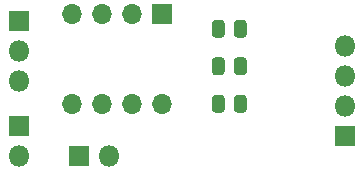
<source format=gts>
%TF.GenerationSoftware,KiCad,Pcbnew,(5.1.6)-1*%
%TF.CreationDate,2020-09-24T16:39:52+02:00*%
%TF.ProjectId,rainbow-ledbar-CMS,7261696e-626f-4772-9d6c-65646261722d,rev?*%
%TF.SameCoordinates,Original*%
%TF.FileFunction,Soldermask,Top*%
%TF.FilePolarity,Negative*%
%FSLAX46Y46*%
G04 Gerber Fmt 4.6, Leading zero omitted, Abs format (unit mm)*
G04 Created by KiCad (PCBNEW (5.1.6)-1) date 2020-09-24 16:39:52*
%MOMM*%
%LPD*%
G01*
G04 APERTURE LIST*
%ADD10R,1.800000X1.800000*%
%ADD11O,1.800000X1.800000*%
%ADD12R,1.700000X1.700000*%
%ADD13O,1.700000X1.700000*%
G04 APERTURE END LIST*
%TO.C,R1*%
G36*
G01*
X159815000Y-79856250D02*
X159815000Y-78893750D01*
G75*
G02*
X160083750Y-78625000I268750J0D01*
G01*
X160621250Y-78625000D01*
G75*
G02*
X160890000Y-78893750I0J-268750D01*
G01*
X160890000Y-79856250D01*
G75*
G02*
X160621250Y-80125000I-268750J0D01*
G01*
X160083750Y-80125000D01*
G75*
G02*
X159815000Y-79856250I0J268750D01*
G01*
G37*
G36*
G01*
X161690000Y-79856250D02*
X161690000Y-78893750D01*
G75*
G02*
X161958750Y-78625000I268750J0D01*
G01*
X162496250Y-78625000D01*
G75*
G02*
X162765000Y-78893750I0J-268750D01*
G01*
X162765000Y-79856250D01*
G75*
G02*
X162496250Y-80125000I-268750J0D01*
G01*
X161958750Y-80125000D01*
G75*
G02*
X161690000Y-79856250I0J268750D01*
G01*
G37*
%TD*%
%TO.C,R2*%
G36*
G01*
X161690000Y-83031250D02*
X161690000Y-82068750D01*
G75*
G02*
X161958750Y-81800000I268750J0D01*
G01*
X162496250Y-81800000D01*
G75*
G02*
X162765000Y-82068750I0J-268750D01*
G01*
X162765000Y-83031250D01*
G75*
G02*
X162496250Y-83300000I-268750J0D01*
G01*
X161958750Y-83300000D01*
G75*
G02*
X161690000Y-83031250I0J268750D01*
G01*
G37*
G36*
G01*
X159815000Y-83031250D02*
X159815000Y-82068750D01*
G75*
G02*
X160083750Y-81800000I268750J0D01*
G01*
X160621250Y-81800000D01*
G75*
G02*
X160890000Y-82068750I0J-268750D01*
G01*
X160890000Y-83031250D01*
G75*
G02*
X160621250Y-83300000I-268750J0D01*
G01*
X160083750Y-83300000D01*
G75*
G02*
X159815000Y-83031250I0J268750D01*
G01*
G37*
%TD*%
%TO.C,R3*%
G36*
G01*
X159815000Y-76681250D02*
X159815000Y-75718750D01*
G75*
G02*
X160083750Y-75450000I268750J0D01*
G01*
X160621250Y-75450000D01*
G75*
G02*
X160890000Y-75718750I0J-268750D01*
G01*
X160890000Y-76681250D01*
G75*
G02*
X160621250Y-76950000I-268750J0D01*
G01*
X160083750Y-76950000D01*
G75*
G02*
X159815000Y-76681250I0J268750D01*
G01*
G37*
G36*
G01*
X161690000Y-76681250D02*
X161690000Y-75718750D01*
G75*
G02*
X161958750Y-75450000I268750J0D01*
G01*
X162496250Y-75450000D01*
G75*
G02*
X162765000Y-75718750I0J-268750D01*
G01*
X162765000Y-76681250D01*
G75*
G02*
X162496250Y-76950000I-268750J0D01*
G01*
X161958750Y-76950000D01*
G75*
G02*
X161690000Y-76681250I0J268750D01*
G01*
G37*
%TD*%
D10*
%TO.C,J1*%
X171069000Y-85300000D03*
D11*
X171069000Y-82760000D03*
X171069000Y-80220000D03*
X171069000Y-77680000D03*
%TD*%
D10*
%TO.C,J2*%
X148590000Y-86995000D03*
D11*
X151130000Y-86995000D03*
%TD*%
%TO.C,J3*%
X143510000Y-86995000D03*
D10*
X143510000Y-84455000D03*
%TD*%
%TO.C,J5*%
X143510000Y-75565000D03*
D11*
X143510000Y-78105000D03*
X143510000Y-80645000D03*
%TD*%
D12*
%TO.C,U1*%
X155575000Y-74930000D03*
D13*
X147955000Y-82550000D03*
X153035000Y-74930000D03*
X150495000Y-82550000D03*
X150495000Y-74930000D03*
X153035000Y-82550000D03*
X147955000Y-74930000D03*
X155575000Y-82550000D03*
%TD*%
M02*

</source>
